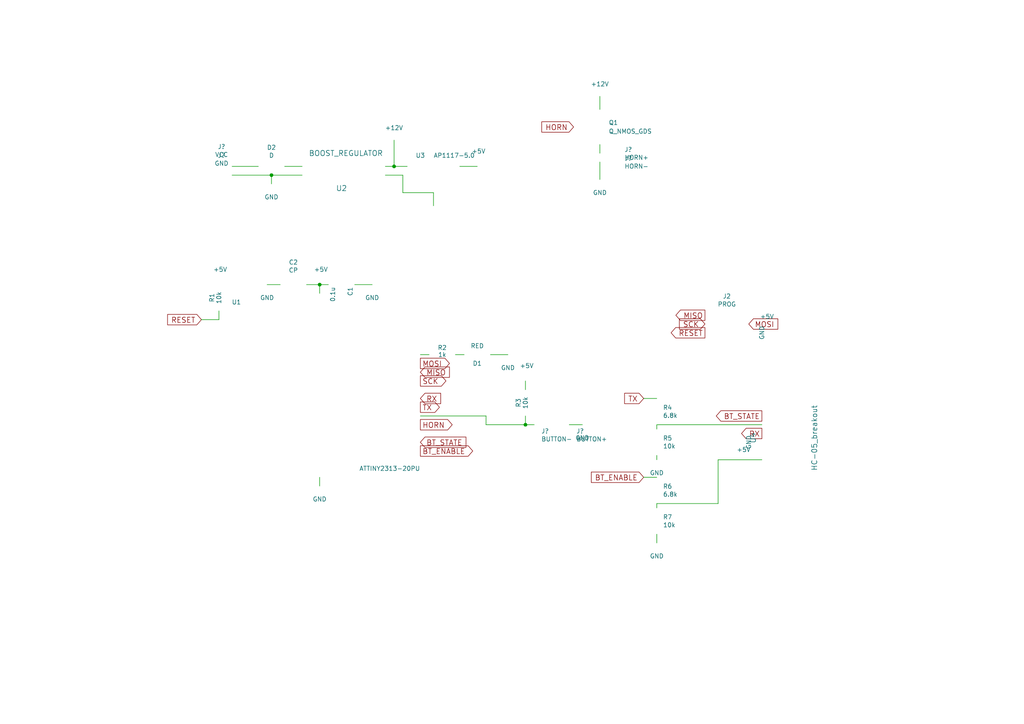
<source format=kicad_sch>
(kicad_sch (version 20230121) (generator eeschema)
  (paper "A4")
  (lib_symbols)
  (junction (at 114.3 48.26))
  (junction (at 152.4 123.19))
  (junction (at 78.74 50.8))
  (junction (at 92.71 82.55))
  (wire (pts (xy 102.87 82.55) (xy 107.95 82.55)))
  (wire (pts (xy 190.5 157.48) (xy 190.5 154.94)))
  (wire (pts (xy 121.92 120.65) (xy 140.97 120.65)))
  (wire (pts (xy 190.5 133.35) (xy 190.5 132.08)))
  (wire (pts (xy 92.71 140.97) (xy 92.71 138.43)))
  (wire (pts (xy 63.5 92.71) (xy 58.42 92.71)))
  (wire (pts (xy 190.5 146.05) (xy 208.28 146.05)))
  (wire (pts (xy 121.92 102.87) (xy 124.46 102.87)))
  (wire (pts (xy 173.99 41.91) (xy 173.99 44.45)))
  (wire (pts (xy 82.55 48.26) (xy 87.63 48.26)))
  (wire (pts (xy 190.5 138.43) (xy 186.69 138.43)))
  (wire (pts (xy 190.5 146.05) (xy 190.5 147.32)))
  (wire (pts (xy 152.4 113.03) (xy 152.4 110.49)))
  (wire (pts (xy 116.84 55.88) (xy 125.73 55.88)))
  (wire (pts (xy 114.3 48.26) (xy 114.3 40.64)))
  (wire (pts (xy 63.5 92.71) (xy 63.5 90.17)))
  (wire (pts (xy 132.08 102.87) (xy 134.62 102.87)))
  (wire (pts (xy 173.99 52.07) (xy 173.99 46.99)))
  (wire (pts (xy 208.28 146.05) (xy 208.28 133.35)))
  (wire (pts (xy 111.76 50.8) (xy 116.84 50.8)))
  (wire (pts (xy 133.35 48.26) (xy 138.43 48.26)))
  (wire (pts (xy 111.76 48.26) (xy 114.3 48.26)))
  (wire (pts (xy 140.97 120.65) (xy 140.97 123.19)))
  (wire (pts (xy 92.71 85.09) (xy 92.71 82.55)))
  (wire (pts (xy 114.3 48.26) (xy 118.11 48.26)))
  (wire (pts (xy 67.31 48.26) (xy 74.93 48.26)))
  (wire (pts (xy 78.74 50.8) (xy 87.63 50.8)))
  (wire (pts (xy 78.74 53.34) (xy 78.74 50.8)))
  (wire (pts (xy 140.97 123.19) (xy 152.4 123.19)))
  (wire (pts (xy 88.9 82.55) (xy 92.71 82.55)))
  (wire (pts (xy 186.69 115.57) (xy 190.5 115.57)))
  (wire (pts (xy 208.28 133.35) (xy 220.98 133.35)))
  (wire (pts (xy 125.73 55.88) (xy 125.73 59.69)))
  (wire (pts (xy 77.47 82.55) (xy 81.28 82.55)))
  (wire (pts (xy 190.5 123.19) (xy 190.5 124.46)))
  (wire (pts (xy 168.91 123.19) (xy 165.1 123.19)))
  (wire (pts (xy 67.31 50.8) (xy 78.74 50.8)))
  (wire (pts (xy 116.84 50.8) (xy 116.84 55.88)))
  (wire (pts (xy 152.4 120.65) (xy 152.4 123.19)))
  (wire (pts (xy 92.71 82.55) (xy 95.25 82.55)))
  (wire (pts (xy 190.5 123.19) (xy 220.98 123.19)))
  (wire (pts (xy 142.24 102.87) (xy 147.32 102.87)))
  (wire (pts (xy 173.99 31.75) (xy 173.99 27.94)))
  (wire (pts (xy 152.4 123.19) (xy 154.94 123.19)))
  (global_label "RX" (shape output) (at 220.98 125.73 180) (effects (font (size 1.524 1.524))) (property "Intersheetrefs" "${INTERSHEET_REFS}" (effects hide)))
  (global_label "MOSI" (shape input) (at 217.17 93.98 0) (effects (font (size 1.524 1.524))) (property "Intersheetrefs" "${INTERSHEET_REFS}" (effects hide)))
  (global_label "RX" (shape input) (at 121.92 115.57 0) (effects (font (size 1.524 1.524))) (property "Intersheetrefs" "${INTERSHEET_REFS}" (effects hide)))
  (global_label "RESET" (shape input) (at 58.42 92.71 180) (effects (font (size 1.524 1.524))) (property "Intersheetrefs" "${INTERSHEET_REFS}" (effects hide)))
  (global_label "MOSI" (shape output) (at 121.92 105.41 0) (effects (font (size 1.524 1.524))) (property "Intersheetrefs" "${INTERSHEET_REFS}" (effects hide)))
  (global_label "BT_ENABLE" (shape input) (at 186.69 138.43 180) (effects (font (size 1.524 1.524))) (property "Intersheetrefs" "${INTERSHEET_REFS}" (effects hide)))
  (global_label "HORN" (shape input) (at 166.37 36.83 180) (effects (font (size 1.524 1.524))) (property "Intersheetrefs" "${INTERSHEET_REFS}" (effects hide)))
  (global_label "BT_STATE" (shape output) (at 220.98 120.65 180) (effects (font (size 1.524 1.524))) (property "Intersheetrefs" "${INTERSHEET_REFS}" (effects hide)))
  (global_label "MISO" (shape input) (at 121.92 107.95 0) (effects (font (size 1.524 1.524))) (property "Intersheetrefs" "${INTERSHEET_REFS}" (effects hide)))
  (global_label "RESET" (shape output) (at 204.47 96.52 180) (effects (font (size 1.524 1.524))) (property "Intersheetrefs" "${INTERSHEET_REFS}" (effects hide)))
  (global_label "BT_ENABLE" (shape output) (at 121.92 130.81 0) (effects (font (size 1.524 1.524))) (property "Intersheetrefs" "${INTERSHEET_REFS}" (effects hide)))
  (global_label "SCK" (shape input) (at 204.47 93.98 180) (effects (font (size 1.524 1.524))) (property "Intersheetrefs" "${INTERSHEET_REFS}" (effects hide)))
  (global_label "SCK" (shape output) (at 121.92 110.49 0) (effects (font (size 1.524 1.524))) (property "Intersheetrefs" "${INTERSHEET_REFS}" (effects hide)))
  (global_label "MISO" (shape output) (at 204.47 91.44 180) (effects (font (size 1.524 1.524))) (property "Intersheetrefs" "${INTERSHEET_REFS}" (effects hide)))
  (global_label "BT_STATE" (shape input) (at 121.92 128.27 0) (effects (font (size 1.524 1.524))) (property "Intersheetrefs" "${INTERSHEET_REFS}" (effects hide)))
  (global_label "TX" (shape input) (at 186.69 115.57 180) (effects (font (size 1.524 1.524))) (property "Intersheetrefs" "${INTERSHEET_REFS}" (effects hide)))
  (global_label "TX" (shape output) (at 121.92 118.11 0) (effects (font (size 1.524 1.524))) (property "Intersheetrefs" "${INTERSHEET_REFS}" (effects hide)))
  (global_label "HORN" (shape output) (at 121.92 123.19 0) (effects (font (size 1.524 1.524))) (property "Intersheetrefs" "${INTERSHEET_REFS}" (effects hide)))
  (symbol (lib_id "BOOST_REGULATOR") (at 100.33 49.53 0) (unit 1)
    (property "Reference" "U2" (at 99.06 54.61 0) (effects (font (size 1.524 1.524))))
    (property "Value" "BOOST_REGULATOR" (at 100.33 44.45 0) (effects (font (size 1.524 1.524))))
    (property "Footprint" "coddingtonbear/coddingtonbear.pretty:BOOST_REGULATOR" (effects hide))
  )
  (symbol (lib_id "AP1117-33") (at 125.73 48.26 0) (unit 1)
    (property "Reference" "U3" (at 121.92 45.085 0))
    (property "Value" "AP1117-5.0" (at 125.73 45.085 0) (effects (justify left)))
    (property "Footprint" "brunoeagle/kicad-open-modules:SOT-223" (effects hide))
  )
  (symbol (lib_id "GND") (at 125.73 59.69 0) (unit 1)
    (property "Reference" "#PWR06" (effects hide))
    (property "Value" "GND" (at 125.73 63.5 0))
  )
  (symbol (lib_id "+12V") (at 114.3 40.64 0) (unit 1)
    (property "Reference" "#PWR05" (effects hide))
    (property "Value" "+12V" (at 114.3 37.084 0))
  )
  (symbol (lib_id "Q_NMOS_GDS") (at 171.45 36.83 0) (unit 1)
    (property "Reference" "Q1" (at 176.53 35.56 0) (effects (justify left)))
    (property "Value" "Q_NMOS_GDS" (at 176.53 38.1 0) (effects (justify left)))
    (property "Footprint" "cpavlina/kicad-pcblib/pth-semi.pretty:TO-220" (effects hide))
  )
  (symbol (lib_id "ATTINY2313-20PU") (at 92.71 113.03 0) (unit 1)
    (property "Reference" "U1" (at 68.58 87.63 0))
    (property "Value" "ATTINY2313-20PU" (at 113.03 135.89 0))
    (property "Footprint" "KiCad/Housings_DIP.pretty:DIP-20_W7.62mm_LongPads" (effects hide))
  )
  (symbol (lib_id "GND") (at 168.91 123.19 0) (unit 1)
    (property "Reference" "#PWR09" (effects hide))
    (property "Value" "GND" (at 168.91 127 0))
  )
  (symbol (lib_id "R") (at 152.4 116.84 180) (unit 1)
    (property "Reference" "R3" (at 150.368 116.84 90))
    (property "Value" "10k" (at 152.4 116.84 90))
    (property "Footprint" "coddingtonbear/coddingtonbear.pretty:0805_Milling" (effects hide))
  )
  (symbol (lib_id "LED") (at 138.43 102.87 180) (unit 1)
    (property "Reference" "D1" (at 138.43 105.41 0))
    (property "Value" "RED" (at 138.43 100.33 0))
    (property "Footprint" "coddingtonbear/coddingtonbear.pretty:0805_Milling" (effects hide))
  )
  (symbol (lib_id "R") (at 128.27 102.87 90) (unit 1)
    (property "Reference" "R2" (at 128.27 100.838 90))
    (property "Value" "1k" (at 128.27 102.87 90))
    (property "Footprint" "coddingtonbear/coddingtonbear.pretty:0805_Milling" (effects hide))
  )
  (symbol (lib_id "GND") (at 147.32 102.87 0) (unit 1)
    (property "Reference" "#PWR010" (effects hide))
    (property "Value" "GND" (at 147.32 106.68 0))
  )
  (symbol (lib_id "GND") (at 217.17 96.52 90) (unit 1)
    (property "Reference" "#PWR016" (effects hide))
    (property "Value" "GND" (at 220.98 96.52 0))
  )
  (symbol (lib_id "+12V") (at 173.99 27.94 0) (unit 1)
    (property "Reference" "#PWR013" (effects hide))
    (property "Value" "+12V" (at 173.99 24.384 0))
  )
  (symbol (lib_id "GND") (at 173.99 52.07 0) (unit 1)
    (property "Reference" "#PWR014" (effects hide))
    (property "Value" "GND" (at 173.99 55.88 0))
  )
  (symbol (lib_id "GND") (at 92.71 140.97 0) (unit 1)
    (property "Reference" "#PWR03" (effects hide))
    (property "Value" "GND" (at 92.71 144.78 0))
  )
  (symbol (lib_id "GND") (at 107.95 82.55 0) (unit 1)
    (property "Reference" "#PWR04" (effects hide))
    (property "Value" "GND" (at 107.95 86.36 0))
  )
  (symbol (lib_id "C") (at 99.06 82.55 270) (unit 1)
    (property "Reference" "C1" (at 101.6 83.185 0) (effects (justify left)))
    (property "Value" "0.1u" (at 96.52 83.185 0) (effects (justify left)))
    (property "Footprint" "coddingtonbear/coddingtonbear.pretty:0805_Milling" (effects hide))
  )
  (symbol (lib_id "D") (at 78.74 48.26 180) (unit 1)
    (property "Reference" "D2" (at 78.74 42.7736 0))
    (property "Value" "D" (at 78.74 45.085 0))
    (property "Footprint" "adamgreig/agg-kicad/agg.pretty:DO-214AA-SMB" (effects hide))
  )
  (symbol (lib_id "R") (at 63.5 86.36 180) (unit 1)
    (property "Reference" "R1" (at 61.468 86.36 90))
    (property "Value" "10k" (at 63.5 86.36 90))
    (property "Footprint" "coddingtonbear/coddingtonbear.pretty:0805_Milling" (effects hide))
  )
  (symbol (lib_id "CP") (at 85.09 82.55 270) (unit 1)
    (property "Reference" "C2" (at 85.09 76.073 90))
    (property "Value" "CP" (at 85.09 78.3844 90))
    (property "Footprint" "usagi1975/kicad_mod.pretty:Capacitor_Electrolytic_D6.3xP2.5" (effects hide))
  )
  (symbol (lib_id "GND") (at 77.47 82.55 0) (unit 1)
    (property "Reference" "#PWR019" (effects hide))
    (property "Value" "GND" (at 77.47 86.36 0))
  )
  (symbol (lib_id "HC-05_breakout") (at 224.79 127 270) (unit 1)
    (property "Reference" "U4" (at 218.44 127 0) (effects (font (size 1.524 1.524))))
    (property "Value" "HC-05_breakout" (at 236.22 127 0) (effects (font (size 1.524 1.524))))
    (property "Footprint" "KiCad/Pin_Headers.pretty:Pin_Header_Straight_1x06_Pitch2.54mm" (effects hide))
  )
  (symbol (lib_id "GND") (at 220.98 128.27 270) (unit 1)
    (property "Reference" "#PWR012" (effects hide))
    (property "Value" "GND" (at 217.17 128.27 0))
  )
  (symbol (lib_id "+5V") (at 138.43 48.26 0) (unit 1)
    (property "Reference" "#PWR01" (effects hide))
    (property "Value" "+5V" (at 138.811 43.8658 0))
  )
  (symbol (lib_id "+5V") (at 152.4 110.49 0) (unit 1)
    (property "Reference" "#PWR02" (effects hide))
    (property "Value" "+5V" (at 152.781 106.0958 0))
  )
  (symbol (lib_id "+5V") (at 217.17 91.44 270) (unit 1)
    (property "Reference" "#PWR07" (effects hide))
    (property "Value" "+5V" (at 220.4212 91.821 90) (effects (justify left)))
  )
  (symbol (lib_id "+5V") (at 220.98 130.81 90) (unit 1)
    (property "Reference" "#PWR08" (effects hide))
    (property "Value" "+5V" (at 217.7288 130.429 90) (effects (justify left)))
  )
  (symbol (lib_id "R") (at 190.5 119.38 0) (unit 1)
    (property "Reference" "R4" (at 192.278 118.2116 0) (effects (justify left)))
    (property "Value" "6.8k" (at 192.278 120.523 0) (effects (justify left)))
    (property "Footprint" "coddingtonbear/coddingtonbear.pretty:0805_Milling" (effects hide))
  )
  (symbol (lib_id "R") (at 190.5 128.27 0) (unit 1)
    (property "Reference" "R5" (at 192.278 127.1016 0) (effects (justify left)))
    (property "Value" "10k" (at 192.278 129.413 0) (effects (justify left)))
    (property "Footprint" "coddingtonbear/coddingtonbear.pretty:0805_Milling" (effects hide))
  )
  (symbol (lib_id "R") (at 190.5 142.24 0) (unit 1)
    (property "Reference" "R6" (at 192.278 141.0716 0) (effects (justify left)))
    (property "Value" "6.8k" (at 192.278 143.383 0) (effects (justify left)))
    (property "Footprint" "coddingtonbear/coddingtonbear.pretty:0805_Milling" (effects hide))
  )
  (symbol (lib_id "R") (at 190.5 151.13 0) (unit 1)
    (property "Reference" "R7" (at 192.278 149.9616 0) (effects (justify left)))
    (property "Value" "10k" (at 192.278 152.273 0) (effects (justify left)))
    (property "Footprint" "coddingtonbear/coddingtonbear.pretty:0805_Milling" (effects hide))
  )
  (symbol (lib_id "GND") (at 190.5 157.48 0) (unit 1)
    (property "Reference" "#PWR017" (effects hide))
    (property "Value" "GND" (at 190.5 161.29 0))
  )
  (symbol (lib_id "GND") (at 190.5 133.35 0) (unit 1)
    (property "Reference" "#PWR018" (effects hide))
    (property "Value" "GND" (at 190.5 137.16 0))
  )
  (symbol (lib_id "GND") (at 78.74 53.34 0) (unit 1)
    (property "Reference" "#PWR020" (effects hide))
    (property "Value" "GND" (at 78.74 57.15 0))
  )
  (symbol (lib_id "+5V") (at 92.71 82.55 0) (unit 1)
    (property "Reference" "#PWR011" (effects hide))
    (property "Value" "+5V" (at 93.091 78.1558 0))
  )
  (symbol (lib_id "+5V") (at 63.5 82.55 0) (unit 1)
    (property "Reference" "#PWR015" (effects hide))
    (property "Value" "+5V" (at 63.881 78.1558 0))
  )
  (symbol (lib_id "Conn_02x03_Odd_Even") (at 209.55 93.98 0) (unit 1)
    (property "Reference" "J2" (at 210.82 85.9282 0))
    (property "Value" "PROG" (at 210.82 88.2396 0))
    (property "Footprint" "KiCad/Pin_Headers.pretty:Pin_Header_Straight_2x03_Pitch2.54mm" (effects hide))
  )
  (symbol (lib_id "Conn_01x01") (at 179.07 44.45 0) (unit 1)
    (property "Reference" "J?" (at 181.102 43.3832 0) (effects (justify left)))
    (property "Value" "HORN+" (at 181.102 45.6946 0) (effects (justify left)))
  )
  (symbol (lib_id "Conn_01x01") (at 179.07 46.99 0) (unit 1)
    (property "Reference" "J?" (at 181.102 45.9232 0) (effects (justify left)))
    (property "Value" "HORN-" (at 181.102 48.2346 0) (effects (justify left)))
  )
  (symbol (lib_id "Conn_01x01") (at 62.23 48.26 180) (unit 1)
    (property "Reference" "J?" (at 64.262 42.545 0))
    (property "Value" "VCC" (at 64.262 44.8564 0))
  )
  (symbol (lib_id "Conn_01x01") (at 62.23 50.8 180) (unit 1)
    (property "Reference" "J?" (at 64.262 45.085 0))
    (property "Value" "GND" (at 64.262 47.3964 0))
  )
  (symbol (lib_id "Conn_01x01") (at 154.94 128.27 270) (unit 1)
    (property "Reference" "J?" (at 156.972 125.0442 90) (effects (justify left)))
    (property "Value" "BUTTON-" (at 156.972 127.3556 90) (effects (justify left)))
  )
  (symbol (lib_id "Conn_01x01") (at 165.1 128.27 270) (unit 1)
    (property "Reference" "J?" (at 167.132 125.0442 90) (effects (justify left)))
    (property "Value" "BUTTON+" (at 167.132 127.3556 90) (effects (justify left)))
  )
)
</source>
